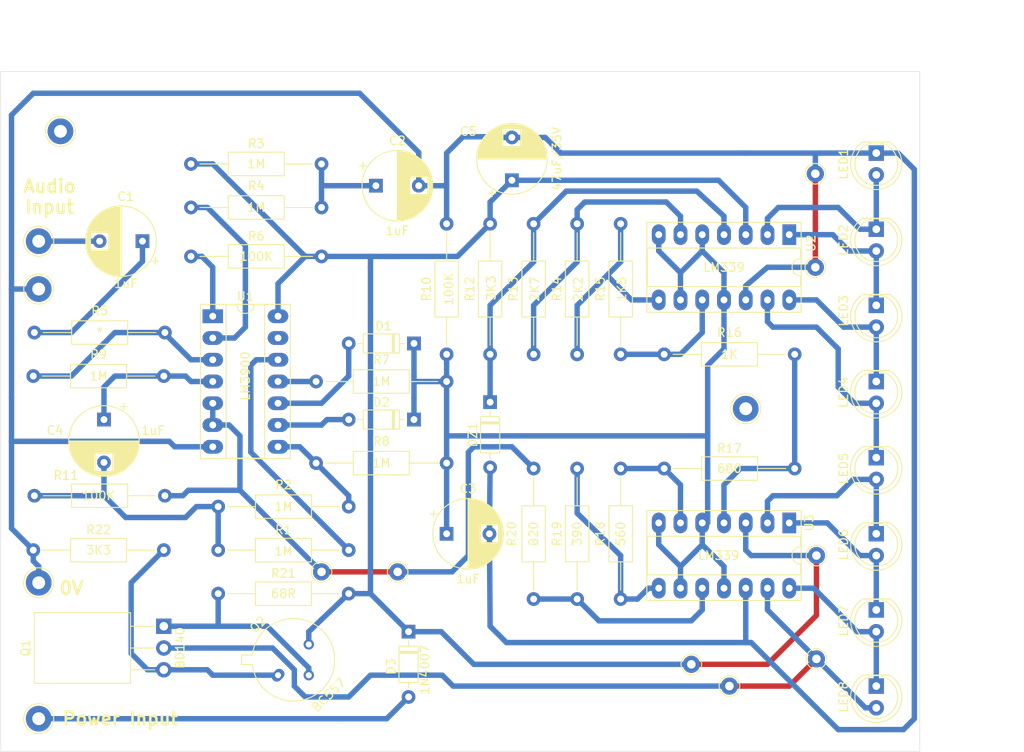
<source format=kicad_pcb>
(kicad_pcb (version 20171130) (host pcbnew "(5.1.10)-1")
  (layers (0 F.Cu signal) (31 B.Cu signal) (34 B.Paste user) (35 F.Paste user) (36 B.SilkS user) (37 F.SilkS user) (38 B.Mask user) (39 F.Mask user) (44 Edge.Cuts user))
  (net 0 "")
  (net 1 "Net-(C1-Pad2)")
  (net 2 "Net-(C1-Pad1)")
  (net 3 GND)
  (net 4 "Net-(C2-Pad1)")
  (net 5 "Net-(C3-Pad1)")
  (net 6 "Net-(C4-Pad2)")
  (net 7 "Net-(C4-Pad1)")
  (net 8 VEE)
  (net 9 "Net-(D1-Pad2)")
  (net 10 "Net-(D2-Pad2)")
  (net 11 "Net-(D3-Pad2)")
  (net 12 "Net-(DZ1-Pad1)")
  (net 13 "Net-(LED1-Pad2)")
  (net 14 "Net-(LED2-Pad2)")
  (net 15 "Net-(LED3-Pad2)")
  (net 16 "Net-(LED4-Pad2)")
  (net 17 "Net-(LED5-Pad2)")
  (net 18 "Net-(LED6-Pad2)")
  (net 19 "Net-(LED7-Pad2)")
  (net 20 "Net-(LED8-Pad2)")
  (net 21 "Net-(Q1-Pad3)")
  (net 22 "Net-(Q1-Pad1)")
  (net 23 "Net-(R1-Pad2)")
  (net 24 "Net-(R2-Pad1)")
  (net 25 "Net-(R4-Pad2)")
  (net 26 "Net-(R5-Pad1)")
  (net 27 "Net-(R6-Pad1)")
  (net 28 "Net-(R7-Pad2)")
  (net 29 "Net-(R11-Pad2)")
  (net 30 "Net-(R13-Pad1)")
  (net 31 "Net-(R14-Pad1)")
  (net 32 "Net-(R15-Pad1)")
  (net 33 "Net-(R16-Pad1)")
  (net 34 "Net-(R17-Pad1)")
  (net 35 "Net-(R18-Pad1)")
  (net 36 "Net-(R19-Pad1)")
  (net 37 "Net-(U1-Pad13)")
  (module TestPoint:TestPoint_THTPad_D2.0mm_Drill1.0mm (layer F.Cu) (at 160.02 120.015)
    (fp_text reference REF**)
    (fp_text value TestPoint_THTPad_D2.0mm_Drill1.0mm)
    (pad 1 thru_hole circle (at 0 0) (size 2 2) (drill 1) (layers *.Cu *.Mask) (net 8 VEE))
  )
  (module TestPoint:TestPoint_THTPad_D2.0mm_Drill1.0mm (layer F.Cu) (at 174.498 62.738)
    (fp_text reference REF**)
    (fp_text value TestPoint_THTPad_D2.0mm_Drill1.0mm)
    (pad 1 thru_hole circle (at 0 0) (size 2 2) (drill 1) (layers *.Cu *.Mask) (net 3 GND))
  )
  (module Package_DIP:DIP-14_W7.62mm_Socket_LongPads (layer F.Cu) (at 171.45 103.505 270)
    (fp_text reference U3 (at 0 -2.33 90) (layer F.SilkS))
    (fp_text value LM339 (at 3.81 8.255 180) (layer F.SilkS))
    (pad 14 thru_hole oval (at 7.62 0 270) (size 2.4 1.6) (drill 0.8) (layers *.Cu *.Mask) (net 19 "Net-(LED7-Pad2)"))
    (pad 7 thru_hole oval (at 0 15.24 270) (size 2.4 1.6) (drill 0.8) (layers *.Cu *.Mask) (net 5 "Net-(C3-Pad1)"))
    (pad 13 thru_hole oval (at 7.62 2.54 270) (size 2.4 1.6) (drill 0.8) (layers *.Cu *.Mask) (net 20 "Net-(LED8-Pad2)"))
    (pad 6 thru_hole oval (at 0 12.7 270) (size 2.4 1.6) (drill 0.8) (layers *.Cu *.Mask) (net 34 "Net-(R17-Pad1)"))
    (pad 12 thru_hole oval (at 7.62 5.08 270) (size 2.4 1.6) (drill 0.8) (layers *.Cu *.Mask) (net 3 GND))
    (pad 5 thru_hole oval (at 0 10.16 270) (size 2.4 1.6) (drill 0.8) (layers *.Cu *.Mask) (net 5 "Net-(C3-Pad1)"))
    (pad 11 thru_hole oval (at 7.62 7.62 270) (size 2.4 1.6) (drill 0.8) (layers *.Cu *.Mask) (net 5 "Net-(C3-Pad1)"))
    (pad 4 thru_hole oval (at 0 7.62 270) (size 2.4 1.6) (drill 0.8) (layers *.Cu *.Mask) (net 33 "Net-(R16-Pad1)"))
    (pad 10 thru_hole oval (at 7.62 10.16 270) (size 2.4 1.6) (drill 0.8) (layers *.Cu *.Mask) (net 36 "Net-(R19-Pad1)"))
    (pad 3 thru_hole oval (at 0 5.08 270) (size 2.4 1.6) (drill 0.8) (layers *.Cu *.Mask) (net 8 VEE))
    (pad 9 thru_hole oval (at 7.62 12.7 270) (size 2.4 1.6) (drill 0.8) (layers *.Cu *.Mask) (net 5 "Net-(C3-Pad1)"))
    (pad 2 thru_hole oval (at 0 2.54 270) (size 2.4 1.6) (drill 0.8) (layers *.Cu *.Mask) (net 17 "Net-(LED5-Pad2)"))
    (pad 8 thru_hole oval (at 7.62 15.24 270) (size 2.4 1.6) (drill 0.8) (layers *.Cu *.Mask) (net 35 "Net-(R18-Pad1)"))
    (pad 1 thru_hole rect (at 0 0 270) (size 2.4 1.6) (drill 0.8) (layers *.Cu *.Mask) (net 18 "Net-(LED6-Pad2)"))
  )
  (module TestPoint:TestPoint_THTPad_D2.0mm_Drill1.0mm (layer F.Cu) (at 125.73 109.22)
    (fp_text reference REF**)
    (fp_text value TestPoint_THTPad_D2.0mm_Drill1.0mm)
    (pad 1 thru_hole circle (at 0 0) (size 2 2) (drill 1) (layers *.Cu *.Mask) (net 29 "Net-(R11-Pad2)"))
  )
  (module TestPoint:TestPoint_THTPad_D2.0mm_Drill1.0mm (layer F.Cu) (at 116.84 109.22)
    (fp_text reference REF**)
    (fp_text value TestPoint_THTPad_D2.0mm_Drill1.0mm)
    (pad 1 thru_hole circle (at 0 0) (size 2 2) (drill 1) (layers *.Cu *.Mask) (net 29 "Net-(R11-Pad2)"))
  )
  (module TestPoint:TestPoint_THTPad_D2.0mm_Drill1.0mm (layer F.Cu) (at 164.465 122.555)
    (fp_text reference REF**)
    (fp_text value TestPoint_THTPad_D2.0mm_Drill1.0mm)
    (pad 1 thru_hole circle (at 0 0) (size 2 2) (drill 1) (layers *.Cu *.Mask) (net 20 "Net-(LED8-Pad2)"))
  )
  (module TestPoint:TestPoint_THTPad_D2.0mm_Drill1.0mm (layer F.Cu) (at 174.625 119.38)
    (fp_text reference REF**)
    (fp_text value TestPoint_THTPad_D2.0mm_Drill1.0mm)
    (pad 1 thru_hole circle (at 0 0) (size 2 2) (drill 1) (layers *.Cu *.Mask) (net 20 "Net-(LED8-Pad2)"))
  )
  (module TestPoint:TestPoint_THTPad_D2.0mm_Drill1.0mm (layer F.Cu) (at 174.498 73.66)
    (fp_text reference REF**)
    (fp_text value TestPoint_THTPad_D2.0mm_Drill1.0mm)
    (pad 1 thru_hole circle (at 0 0) (size 2 2) (drill 1) (layers *.Cu *.Mask) (net 3 GND))
  )
  (module TestPoint:TestPoint_THTPad_D2.0mm_Drill1.0mm (layer F.Cu) (at 174.625 107.315)
    (fp_text reference REF**)
    (fp_text value TestPoint_THTPad_D2.0mm_Drill1.0mm)
    (pad 1 thru_hole circle (at 0 0) (size 2 2) (drill 1) (layers *.Cu *.Mask) (net 8 VEE))
  )
  (module TestPoint:TestPoint_THTPad_D3.0mm_Drill1.5mm (layer F.Cu) (at 166.37 90.17)
    (fp_text reference REF**)
    (fp_text value TestPoint_THTPad_D3.0mm_Drill1.5mm)
    (pad 1 thru_hole circle (at 0 0) (size 3 3) (drill 1.5) (layers *.Cu *.Mask))
  )
  (module LED_THT:LED_D5.0mm_Clear (layer F.Cu) (at 181.61 104.775 270)
    (fp_text reference LED6 (at 1.27 3.81 90) (layer F.SilkS))
    (fp_text value LED)
    (pad 2 thru_hole circle (at 2.54 0 270) (size 1.8 1.8) (drill 0.9) (layers *.Cu *.Mask) (net 18 "Net-(LED6-Pad2)"))
    (pad 1 thru_hole rect (at 0 0 270) (size 1.8 1.8) (drill 0.9) (layers *.Cu *.Mask) (net 17 "Net-(LED5-Pad2)"))
  )
  (module LED_THT:LED_D5.0mm_Clear (layer F.Cu) (at 181.61 78.105 270)
    (fp_text reference LED3 (at 0.635 3.81 90) (layer F.SilkS))
    (fp_text value LED)
    (pad 2 thru_hole circle (at 2.54 0 270) (size 1.8 1.8) (drill 0.9) (layers *.Cu *.Mask) (net 15 "Net-(LED3-Pad2)"))
    (pad 1 thru_hole rect (at 0 0 270) (size 1.8 1.8) (drill 0.9) (layers *.Cu *.Mask) (net 14 "Net-(LED2-Pad2)"))
  )
  (module Diode_THT:D_DO-35_SOD27_P7.62mm_Horizontal (layer F.Cu) (at 136.525 89.408 270)
    (fp_text reference DZ1 (at 3.81 2.032 90) (layer F.SilkS))
    (fp_text value 5.1V)
    (pad 2 thru_hole oval (at 7.62 0 270) (size 1.6 1.6) (drill 0.8) (layers *.Cu *.Mask) (net 3 GND))
    (pad 1 thru_hole rect (at 0 0 270) (size 1.6 1.6) (drill 0.8) (layers *.Cu *.Mask) (net 12 "Net-(DZ1-Pad1)"))
  )
  (module LED_THT:LED_D5.0mm_Clear (layer F.Cu) (at 181.61 60.325 270)
    (fp_text reference LED1 (at 1.27 3.81 270) (layer F.SilkS))
    (fp_text value LED)
    (pad 2 thru_hole circle (at 2.54 0 270) (size 1.8 1.8) (drill 0.9) (layers *.Cu *.Mask) (net 13 "Net-(LED1-Pad2)"))
    (pad 1 thru_hole rect (at 0 0 270) (size 1.8 1.8) (drill 0.9) (layers *.Cu *.Mask) (net 3 GND))
  )
  (module LED_THT:LED_D5.0mm_Clear (layer F.Cu) (at 181.61 69.215 270)
    (fp_text reference LED2 (at 1.27 3.81 90) (layer F.SilkS))
    (fp_text value LED)
    (pad 2 thru_hole circle (at 2.54 0 270) (size 1.8 1.8) (drill 0.9) (layers *.Cu *.Mask) (net 14 "Net-(LED2-Pad2)"))
    (pad 1 thru_hole rect (at 0 0 270) (size 1.8 1.8) (drill 0.9) (layers *.Cu *.Mask) (net 13 "Net-(LED1-Pad2)"))
  )
  (module LED_THT:LED_D5.0mm_Clear (layer F.Cu) (at 181.61 86.995 270)
    (fp_text reference LED4 (at 1.27 3.81 90) (layer F.SilkS))
    (fp_text value LED)
    (pad 2 thru_hole circle (at 2.54 0 270) (size 1.8 1.8) (drill 0.9) (layers *.Cu *.Mask) (net 16 "Net-(LED4-Pad2)"))
    (pad 1 thru_hole rect (at 0 0 270) (size 1.8 1.8) (drill 0.9) (layers *.Cu *.Mask) (net 15 "Net-(LED3-Pad2)"))
  )
  (module LED_THT:LED_D5.0mm_Clear (layer F.Cu) (at 181.61 95.885 270)
    (fp_text reference LED5 (at 1.27 3.81 90) (layer F.SilkS))
    (fp_text value LED)
    (pad 2 thru_hole circle (at 2.54 0 270) (size 1.8 1.8) (drill 0.9) (layers *.Cu *.Mask) (net 17 "Net-(LED5-Pad2)"))
    (pad 1 thru_hole rect (at 0 0 270) (size 1.8 1.8) (drill 0.9) (layers *.Cu *.Mask) (net 16 "Net-(LED4-Pad2)"))
  )
  (module LED_THT:LED_D5.0mm_Clear (layer F.Cu) (at 181.61 113.665 270)
    (fp_text reference LED7 (at 1.27 3.81 90) (layer F.SilkS))
    (fp_text value LED)
    (pad 2 thru_hole circle (at 2.54 0 270) (size 1.8 1.8) (drill 0.9) (layers *.Cu *.Mask) (net 19 "Net-(LED7-Pad2)"))
    (pad 1 thru_hole rect (at 0 0 270) (size 1.8 1.8) (drill 0.9) (layers *.Cu *.Mask) (net 18 "Net-(LED6-Pad2)"))
  )
  (module LED_THT:LED_D5.0mm_Clear (layer F.Cu) (at 181.61 122.555 270)
    (fp_text reference LED8 (at 1.27 3.81 90) (layer F.SilkS))
    (fp_text value LED)
    (pad 2 thru_hole circle (at 2.54 0 270) (size 1.8 1.8) (drill 0.9) (layers *.Cu *.Mask) (net 20 "Net-(LED8-Pad2)"))
    (pad 1 thru_hole rect (at 0 0 270) (size 1.8 1.8) (drill 0.9) (layers *.Cu *.Mask) (net 19 "Net-(LED7-Pad2)"))
  )
  (module Resistor_THT:R_Axial_DIN0207_L6.3mm_D2.5mm_P15.24mm_Horizontal (layer F.Cu) (at 136.525 83.82 90)
    (fp_text reference R12 (at 7.62 -2.37 90) (layer F.SilkS))
    (fp_text value 3K3 (at 7.747 0.127 90) (layer F.SilkS))
    (pad 2 thru_hole oval (at 15.24 0 90) (size 1.6 1.6) (drill 0.8) (layers *.Cu *.Mask) (net 8 VEE))
    (pad 1 thru_hole circle (at 0 0 90) (size 1.6 1.6) (drill 0.8) (layers *.Cu *.Mask) (net 12 "Net-(DZ1-Pad1)"))
  )
  (module Resistor_THT:R_Axial_DIN0207_L6.3mm_D2.5mm_P15.24mm_Horizontal (layer F.Cu) (at 146.685 83.82 90)
    (fp_text reference R14 (at 7.62 -2.37 90) (layer F.SilkS))
    (fp_text value 2K2 (at 7.62 0.127 90) (layer F.SilkS))
    (pad 2 thru_hole oval (at 15.24 0 90) (size 1.6 1.6) (drill 0.8) (layers *.Cu *.Mask) (net 30 "Net-(R13-Pad1)"))
    (pad 1 thru_hole circle (at 0 0 90) (size 1.6 1.6) (drill 0.8) (layers *.Cu *.Mask) (net 31 "Net-(R14-Pad1)"))
  )
  (module Resistor_THT:R_Axial_DIN0207_L6.3mm_D2.5mm_P15.24mm_Horizontal (layer F.Cu) (at 156.845 97.155)
    (fp_text reference R17 (at 7.62 -2.37) (layer F.SilkS))
    (fp_text value 680 (at 7.62 0) (layer F.SilkS))
    (pad 2 thru_hole oval (at 15.24 0) (size 1.6 1.6) (drill 0.8) (layers *.Cu *.Mask) (net 33 "Net-(R16-Pad1)"))
    (pad 1 thru_hole circle (at 0 0) (size 1.6 1.6) (drill 0.8) (layers *.Cu *.Mask) (net 34 "Net-(R17-Pad1)"))
  )
  (module Resistor_THT:R_Axial_DIN0207_L6.3mm_D2.5mm_P15.24mm_Horizontal (layer F.Cu) (at 151.765 83.82 90)
    (fp_text reference R15 (at 7.62 -2.37 90) (layer F.SilkS))
    (fp_text value 1K5 (at 7.62 0.127 90) (layer F.SilkS))
    (pad 2 thru_hole oval (at 15.24 0 90) (size 1.6 1.6) (drill 0.8) (layers *.Cu *.Mask) (net 31 "Net-(R14-Pad1)"))
    (pad 1 thru_hole circle (at 0 0 90) (size 1.6 1.6) (drill 0.8) (layers *.Cu *.Mask) (net 32 "Net-(R15-Pad1)"))
  )
  (module Resistor_THT:R_Axial_DIN0207_L6.3mm_D2.5mm_P15.24mm_Horizontal (layer F.Cu) (at 146.685 112.395 90)
    (fp_text reference R19 (at 7.62 -2.37 90) (layer F.SilkS))
    (fp_text value 390 (at 7.62 0 90) (layer F.SilkS))
    (pad 2 thru_hole oval (at 15.24 0 90) (size 1.6 1.6) (drill 0.8) (layers *.Cu *.Mask) (net 35 "Net-(R18-Pad1)"))
    (pad 1 thru_hole circle (at 0 0 90) (size 1.6 1.6) (drill 0.8) (layers *.Cu *.Mask) (net 36 "Net-(R19-Pad1)"))
  )
  (module Resistor_THT:R_Axial_DIN0207_L6.3mm_D2.5mm_P15.24mm_Horizontal (layer F.Cu) (at 141.605 97.155 270)
    (fp_text reference R20 (at 7.62 2.54 90) (layer F.SilkS))
    (fp_text value 820 (at 7.62 0 90) (layer F.SilkS))
    (pad 2 thru_hole oval (at 15.24 0 270) (size 1.6 1.6) (drill 0.8) (layers *.Cu *.Mask) (net 36 "Net-(R19-Pad1)"))
    (pad 1 thru_hole circle (at 0 0 270) (size 1.6 1.6) (drill 0.8) (layers *.Cu *.Mask) (net 29 "Net-(R11-Pad2)"))
  )
  (module Resistor_THT:R_Axial_DIN0207_L6.3mm_D2.5mm_P15.24mm_Horizontal (layer F.Cu) (at 151.765 112.395 90)
    (fp_text reference R18 (at 7.62 -2.37 90) (layer F.SilkS))
    (fp_text value 560 (at 7.62 0 90) (layer F.SilkS))
    (pad 2 thru_hole oval (at 15.24 0 90) (size 1.6 1.6) (drill 0.8) (layers *.Cu *.Mask) (net 34 "Net-(R17-Pad1)"))
    (pad 1 thru_hole circle (at 0 0 90) (size 1.6 1.6) (drill 0.8) (layers *.Cu *.Mask) (net 35 "Net-(R18-Pad1)"))
  )
  (module Resistor_THT:R_Axial_DIN0207_L6.3mm_D2.5mm_P15.24mm_Horizontal (layer F.Cu) (at 172.085 83.82 180)
    (fp_text reference R16 (at 7.62 2.54) (layer F.SilkS))
    (fp_text value 1K (at 7.62 0) (layer F.SilkS))
    (pad 2 thru_hole oval (at 15.24 0 180) (size 1.6 1.6) (drill 0.8) (layers *.Cu *.Mask) (net 32 "Net-(R15-Pad1)"))
    (pad 1 thru_hole circle (at 0 0 180) (size 1.6 1.6) (drill 0.8) (layers *.Cu *.Mask) (net 33 "Net-(R16-Pad1)"))
  )
  (module Resistor_THT:R_Axial_DIN0207_L6.3mm_D2.5mm_P15.24mm_Horizontal (layer F.Cu) (at 141.605 83.82 90)
    (fp_text reference R13 (at 7.62 -2.37 90) (layer F.SilkS))
    (fp_text value 2K7 (at 7.62 0.127 90) (layer F.SilkS))
    (pad 2 thru_hole oval (at 15.24 0 90) (size 1.6 1.6) (drill 0.8) (layers *.Cu *.Mask) (net 12 "Net-(DZ1-Pad1)"))
    (pad 1 thru_hole circle (at 0 0 90) (size 1.6 1.6) (drill 0.8) (layers *.Cu *.Mask) (net 30 "Net-(R13-Pad1)"))
  )
  (module Package_DIP:DIP-14_W7.62mm_Socket_LongPads (layer F.Cu) (at 171.45 69.85 270)
    (fp_text reference U2 (at 1.016 -2.54 90) (layer F.SilkS))
    (fp_text value LM339 (at 3.81 7.62 180) (layer F.SilkS))
    (pad 14 thru_hole oval (at 7.62 0 270) (size 2.4 1.6) (drill 0.8) (layers *.Cu *.Mask) (net 15 "Net-(LED3-Pad2)"))
    (pad 7 thru_hole oval (at 0 15.24 270) (size 2.4 1.6) (drill 0.8) (layers *.Cu *.Mask) (net 5 "Net-(C3-Pad1)"))
    (pad 13 thru_hole oval (at 7.62 2.54 270) (size 2.4 1.6) (drill 0.8) (layers *.Cu *.Mask) (net 16 "Net-(LED4-Pad2)"))
    (pad 6 thru_hole oval (at 0 12.7 270) (size 2.4 1.6) (drill 0.8) (layers *.Cu *.Mask) (net 30 "Net-(R13-Pad1)"))
    (pad 12 thru_hole oval (at 7.62 5.08 270) (size 2.4 1.6) (drill 0.8) (layers *.Cu *.Mask) (net 3 GND))
    (pad 5 thru_hole oval (at 0 10.16 270) (size 2.4 1.6) (drill 0.8) (layers *.Cu *.Mask) (net 5 "Net-(C3-Pad1)"))
    (pad 11 thru_hole oval (at 7.62 7.62 270) (size 2.4 1.6) (drill 0.8) (layers *.Cu *.Mask) (net 5 "Net-(C3-Pad1)"))
    (pad 4 thru_hole oval (at 0 7.62 270) (size 2.4 1.6) (drill 0.8) (layers *.Cu *.Mask) (net 12 "Net-(DZ1-Pad1)"))
    (pad 10 thru_hole oval (at 7.62 10.16 270) (size 2.4 1.6) (drill 0.8) (layers *.Cu *.Mask) (net 32 "Net-(R15-Pad1)"))
    (pad 3 thru_hole oval (at 0 5.08 270) (size 2.4 1.6) (drill 0.8) (layers *.Cu *.Mask) (net 8 VEE))
    (pad 9 thru_hole oval (at 7.62 12.7 270) (size 2.4 1.6) (drill 0.8) (layers *.Cu *.Mask) (net 5 "Net-(C3-Pad1)"))
    (pad 2 thru_hole oval (at 0 2.54 270) (size 2.4 1.6) (drill 0.8) (layers *.Cu *.Mask) (net 13 "Net-(LED1-Pad2)"))
    (pad 8 thru_hole oval (at 7.62 15.24 270) (size 2.4 1.6) (drill 0.8) (layers *.Cu *.Mask) (net 31 "Net-(R14-Pad1)"))
    (pad 1 thru_hole rect (at 0 0 270) (size 2.4 1.6) (drill 0.8) (layers *.Cu *.Mask) (net 14 "Net-(LED2-Pad2)"))
  )
  (module Capacitor_THT:CP_Radial_D8.0mm_P5.00mm (layer F.Cu) (at 139.065 63.5 90)
    (fp_text reference C5 (at 5.715 -5.08 180) (layer F.SilkS))
    (fp_text value 47uF/35V (at 2.5 5.25 90) (layer F.SilkS))
    (pad 2 thru_hole circle (at 5 0 90) (size 1.6 1.6) (drill 0.8) (layers *.Cu *.Mask) (net 3 GND))
    (pad 1 thru_hole rect (at 0 0 90) (size 1.6 1.6) (drill 0.8) (layers *.Cu *.Mask) (net 8 VEE))
  )
  (module TestPoint:TestPoint_THTPad_D3.0mm_Drill1.5mm (layer F.Cu) (at 83.82 76.2)
    (fp_text reference REF**)
    (fp_text value TestPoint_THTPad_D3.0mm_Drill1.5mm)
    (pad 1 thru_hole circle (at 0 0) (size 2.999999 2.999999) (drill 1.5) (layers *.Cu *.Mask) (net 3 GND))
  )
  (module Package_TO_SOT_THT:TO-39-3 (layer F.Cu) (at 111.76 121.285 45)
    (fp_text reference Q2 (at 2.54 -5.82 45) (layer F.SilkS))
    (fp_text value BC557 (at 2.54 5.82 45) (layer F.SilkS))
    (pad 3 thru_hole oval (at 5.08 0 45) (size 1.2 1.2) (drill 0.7) (layers *.Cu *.Mask) (net 8 VEE))
    (pad 2 thru_hole oval (at 2.54 2.54 45) (size 1.2 1.2) (drill 0.7) (layers *.Cu *.Mask) (net 22 "Net-(Q1-Pad1)"))
    (pad 1 thru_hole oval (at 0 0 45) (size 1.6 1.2) (drill 0.7) (layers *.Cu *.Mask) (net 21 "Net-(Q1-Pad3)"))
  )
  (module Capacitor_THT:CP_Radial_D8.0mm_P5.00mm (layer F.Cu) (at 91.44 91.44 270)
    (fp_text reference C4 (at 1.27 5.715 180) (layer F.SilkS))
    (fp_text value 1uF (at 1.27 -5.715 180) (layer F.SilkS))
    (pad 2 thru_hole circle (at 5 0 270) (size 1.6 1.6) (drill 0.8) (layers *.Cu *.Mask) (net 6 "Net-(C4-Pad2)"))
    (pad 1 thru_hole rect (at 0 0 270) (size 1.6 1.6) (drill 0.8) (layers *.Cu *.Mask) (net 7 "Net-(C4-Pad1)"))
  )
  (module Capacitor_THT:CP_Radial_D8.0mm_P5.00mm (layer F.Cu) (at 131.445 104.775)
    (fp_text reference C3 (at 2.5 -5.25) (layer F.SilkS))
    (fp_text value 1uF (at 2.5 5.25) (layer F.SilkS))
    (pad 2 thru_hole circle (at 5 0) (size 1.6 1.6) (drill 0.8) (layers *.Cu *.Mask) (net 3 GND))
    (pad 1 thru_hole rect (at 0 0) (size 1.6 1.6) (drill 0.8) (layers *.Cu *.Mask) (net 5 "Net-(C3-Pad1)"))
  )
  (module Capacitor_THT:CP_Radial_D8.0mm_P5.00mm (layer F.Cu) (at 123.19 64.135)
    (fp_text reference C2 (at 2.5 -5.25) (layer F.SilkS))
    (fp_text value 1uF (at 2.5 5.25) (layer F.SilkS))
    (pad 2 thru_hole circle (at 5 0) (size 1.6 1.6) (drill 0.8) (layers *.Cu *.Mask) (net 3 GND))
    (pad 1 thru_hole rect (at 0 0) (size 1.6 1.6) (drill 0.8) (layers *.Cu *.Mask) (net 4 "Net-(C2-Pad1)"))
  )
  (module Capacitor_THT:CP_Radial_D8.0mm_P5.00mm (layer F.Cu) (at 95.932 70.612 180)
    (fp_text reference C1 (at 1.952 5.207) (layer F.SilkS))
    (fp_text value 1uF (at 1.952 -4.953) (layer F.SilkS))
    (pad 2 thru_hole circle (at 5 0 180) (size 1.6 1.6) (drill 0.8) (layers *.Cu *.Mask) (net 1 "Net-(C1-Pad2)"))
    (pad 1 thru_hole rect (at 0 0 180) (size 1.6 1.6) (drill 0.8) (layers *.Cu *.Mask) (net 2 "Net-(C1-Pad1)"))
  )
  (module Resistor_THT:R_Axial_DIN0207_L6.3mm_D2.5mm_P15.24mm_Horizontal (layer F.Cu) (at 101.6 61.595)
    (fp_text reference R3 (at 7.62 -2.37) (layer F.SilkS))
    (fp_text value 1M (at 7.62 0) (layer F.SilkS))
    (pad 2 thru_hole oval (at 15.24 0) (size 1.6 1.6) (drill 0.8) (layers *.Cu *.Mask) (net 4 "Net-(C2-Pad1)"))
    (pad 1 thru_hole circle (at 0 0) (size 1.6 1.6) (drill 0.8) (layers *.Cu *.Mask) (net 8 VEE))
  )
  (module TestPoint:TestPoint_THTPad_D3.0mm_Drill1.5mm (layer F.Cu) (at 83.82 110.49)
    (fp_text reference REF**)
    (fp_text value TestPoint_THTPad_D3.0mm_Drill1.5mm)
    (pad 1 thru_hole circle (at 0 0) (size 2.999999 2.999999) (drill 1.5) (layers *.Cu *.Mask) (net 3 GND))
  )
  (module Package_TO_SOT_THT:TO-126-3_Horizontal_TabUp (layer F.Cu) (at 98.425 115.57 270)
    (fp_text reference Q1 (at 2.54 16.12 90) (layer F.SilkS))
    (fp_text value BD140 (at 2.54 -1.9 90) (layer F.SilkS))
    (pad 3 thru_hole oval (at 5.08 0 270) (size 1.8 1.8) (drill 1) (layers *.Cu *.Mask) (net 21 "Net-(Q1-Pad3)"))
    (pad 2 thru_hole oval (at 2.54 0 270) (size 1.8 1.8) (drill 1) (layers *.Cu *.Mask) (net 20 "Net-(LED8-Pad2)"))
    (pad 1 thru_hole rect (at 0 0 270) (size 1.8 1.8) (drill 1) (layers *.Cu *.Mask) (net 22 "Net-(Q1-Pad1)"))
    (pad "" np_thru_hole oval (at 2.54 11.1 270) (size 3.2 3.2) (drill 3.2) (layers *.Cu *.Mask))
  )
  (module TestPoint:TestPoint_THTPad_D3.0mm_Drill1.5mm (layer F.Cu) (at 83.82 126.365)
    (fp_text reference REF**)
    (fp_text value TestPoint_THTPad_D3.0mm_Drill1.5mm)
    (pad 1 thru_hole circle (at 0 0) (size 2.999999 2.999999) (drill 1.5) (layers *.Cu *.Mask) (net 11 "Net-(D3-Pad2)"))
  )
  (module Package_DIP:DIP-14_W7.62mm_Socket_LongPads (layer F.Cu) (at 104.14 79.375)
    (fp_text reference U1 (at 3.81 -2.33) (layer F.SilkS))
    (fp_text value LM3900 (at 3.81 6.985 90) (layer F.SilkS))
    (pad 14 thru_hole oval (at 7.62 0) (size 2.4 1.6) (drill 0.8) (layers *.Cu *.Mask) (net 8 VEE))
    (pad 7 thru_hole oval (at 0 15.24) (size 2.4 1.6) (drill 0.8) (layers *.Cu *.Mask) (net 3 GND))
    (pad 13 thru_hole oval (at 7.62 2.54) (size 2.4 1.6) (drill 0.8) (layers *.Cu *.Mask) (net 37 "Net-(U1-Pad13)"))
    (pad 6 thru_hole oval (at 0 12.7) (size 2.4 1.6) (drill 0.8) (layers *.Cu *.Mask) (net 29 "Net-(R11-Pad2)"))
    (pad 12 thru_hole oval (at 7.62 5.08) (size 2.4 1.6) (drill 0.8) (layers *.Cu *.Mask) (net 23 "Net-(R1-Pad2)"))
    (pad 5 thru_hole oval (at 0 10.16) (size 2.4 1.6) (drill 0.8) (layers *.Cu *.Mask) (net 29 "Net-(R11-Pad2)"))
    (pad 11 thru_hole oval (at 7.62 7.62) (size 2.4 1.6) (drill 0.8) (layers *.Cu *.Mask) (net 28 "Net-(R7-Pad2)"))
    (pad 4 thru_hole oval (at 0 7.62) (size 2.4 1.6) (drill 0.8) (layers *.Cu *.Mask) (net 7 "Net-(C4-Pad1)"))
    (pad 10 thru_hole oval (at 7.62 10.16) (size 2.4 1.6) (drill 0.8) (layers *.Cu *.Mask) (net 9 "Net-(D1-Pad2)"))
    (pad 3 thru_hole oval (at 0 5.08) (size 2.4 1.6) (drill 0.8) (layers *.Cu *.Mask) (net 26 "Net-(R5-Pad1)"))
    (pad 9 thru_hole oval (at 7.62 12.7) (size 2.4 1.6) (drill 0.8) (layers *.Cu *.Mask) (net 10 "Net-(D2-Pad2)"))
    (pad 2 thru_hole oval (at 0 2.54) (size 2.4 1.6) (drill 0.8) (layers *.Cu *.Mask) (net 25 "Net-(R4-Pad2)"))
    (pad 8 thru_hole oval (at 7.62 15.24) (size 2.4 1.6) (drill 0.8) (layers *.Cu *.Mask) (net 24 "Net-(R2-Pad1)"))
    (pad 1 thru_hole rect (at 0 0) (size 2.4 1.6) (drill 0.8) (layers *.Cu *.Mask) (net 27 "Net-(R6-Pad1)"))
  )
  (module Resistor_THT:R_Axial_DIN0207_L6.3mm_D2.5mm_P15.24mm_Horizontal (layer F.Cu) (at 98.552 81.28 180)
    (fp_text reference R5 (at 7.62 2.54) (layer F.SilkS))
    (fp_text value * (at 7.62 0) (layer F.SilkS))
    (pad 2 thru_hole oval (at 15.24 0 180) (size 1.6 1.6) (drill 0.8) (layers *.Cu *.Mask) (net 2 "Net-(C1-Pad1)"))
    (pad 1 thru_hole circle (at 0 0 180) (size 1.6 1.6) (drill 0.8) (layers *.Cu *.Mask) (net 26 "Net-(R5-Pad1)"))
  )
  (module Resistor_THT:R_Axial_DIN0207_L6.3mm_D2.5mm_P15.24mm_Horizontal (layer F.Cu) (at 131.445 96.52 180)
    (fp_text reference R8 (at 7.62 2.54) (layer F.SilkS))
    (fp_text value 1M (at 7.62 0) (layer F.SilkS))
    (pad 2 thru_hole oval (at 15.24 0 180) (size 1.6 1.6) (drill 0.8) (layers *.Cu *.Mask) (net 24 "Net-(R2-Pad1)"))
    (pad 1 thru_hole circle (at 0 0 180) (size 1.6 1.6) (drill 0.8) (layers *.Cu *.Mask) (net 5 "Net-(C3-Pad1)"))
  )
  (module Resistor_THT:R_Axial_DIN0207_L6.3mm_D2.5mm_P15.24mm_Horizontal (layer F.Cu) (at 83.185 106.68)
    (fp_text reference R22 (at 7.62 -2.37) (layer F.SilkS))
    (fp_text value 3K3 (at 7.62 0) (layer F.SilkS))
    (pad 2 thru_hole oval (at 15.24 0) (size 1.6 1.6) (drill 0.8) (layers *.Cu *.Mask) (net 21 "Net-(Q1-Pad3)"))
    (pad 1 thru_hole circle (at 0 0) (size 1.6 1.6) (drill 0.8) (layers *.Cu *.Mask) (net 3 GND))
  )
  (module Resistor_THT:R_Axial_DIN0207_L6.3mm_D2.5mm_P15.24mm_Horizontal (layer F.Cu) (at 104.775 111.76)
    (fp_text reference R21 (at 7.62 -2.37) (layer F.SilkS))
    (fp_text value 68R (at 7.62 0) (layer F.SilkS))
    (pad 2 thru_hole oval (at 15.24 0) (size 1.6 1.6) (drill 0.8) (layers *.Cu *.Mask) (net 8 VEE))
    (pad 1 thru_hole circle (at 0 0) (size 1.6 1.6) (drill 0.8) (layers *.Cu *.Mask) (net 22 "Net-(Q1-Pad1)"))
  )
  (module Resistor_THT:R_Axial_DIN0207_L6.3mm_D2.5mm_P15.24mm_Horizontal (layer F.Cu) (at 83.312 100.33)
    (fp_text reference R11 (at 3.683 -2.37) (layer F.SilkS))
    (fp_text value 100K (at 7.493 0) (layer F.SilkS))
    (pad 2 thru_hole oval (at 15.24 0) (size 1.6 1.6) (drill 0.8) (layers *.Cu *.Mask) (net 29 "Net-(R11-Pad2)"))
    (pad 1 thru_hole circle (at 0 0) (size 1.6 1.6) (drill 0.8) (layers *.Cu *.Mask) (net 6 "Net-(C4-Pad2)"))
  )
  (module Resistor_THT:R_Axial_DIN0207_L6.3mm_D2.5mm_P15.24mm_Horizontal (layer F.Cu) (at 131.445 83.82 90)
    (fp_text reference R10 (at 7.62 -2.37 90) (layer F.SilkS))
    (fp_text value 100K (at 7.62 0.254 90) (layer F.SilkS))
    (pad 2 thru_hole oval (at 15.24 0 90) (size 1.6 1.6) (drill 0.8) (layers *.Cu *.Mask) (net 3 GND))
    (pad 1 thru_hole circle (at 0 0 90) (size 1.6 1.6) (drill 0.8) (layers *.Cu *.Mask) (net 5 "Net-(C3-Pad1)"))
  )
  (module Resistor_THT:R_Axial_DIN0207_L6.3mm_D2.5mm_P15.24mm_Horizontal (layer F.Cu) (at 98.425 86.36 180)
    (fp_text reference R9 (at 7.62 2.54) (layer F.SilkS))
    (fp_text value 1M (at 7.62 0) (layer F.SilkS))
    (pad 2 thru_hole oval (at 15.24 0 180) (size 1.6 1.6) (drill 0.8) (layers *.Cu *.Mask) (net 26 "Net-(R5-Pad1)"))
    (pad 1 thru_hole circle (at 0 0 180) (size 1.6 1.6) (drill 0.8) (layers *.Cu *.Mask) (net 7 "Net-(C4-Pad1)"))
  )
  (module Resistor_THT:R_Axial_DIN0207_L6.3mm_D2.5mm_P15.24mm_Horizontal (layer F.Cu) (at 131.445 86.995 180)
    (fp_text reference R7 (at 7.62 2.54) (layer F.SilkS))
    (fp_text value 1M (at 7.62 0) (layer F.SilkS))
    (pad 2 thru_hole oval (at 15.24 0 180) (size 1.6 1.6) (drill 0.8) (layers *.Cu *.Mask) (net 28 "Net-(R7-Pad2)"))
    (pad 1 thru_hole circle (at 0 0 180) (size 1.6 1.6) (drill 0.8) (layers *.Cu *.Mask) (net 5 "Net-(C3-Pad1)"))
  )
  (module Resistor_THT:R_Axial_DIN0207_L6.3mm_D2.5mm_P15.24mm_Horizontal (layer F.Cu) (at 101.6 72.39)
    (fp_text reference R6 (at 7.62 -2.37) (layer F.SilkS))
    (fp_text value 100K (at 7.62 0) (layer F.SilkS))
    (pad 2 thru_hole oval (at 15.24 0) (size 1.6 1.6) (drill 0.8) (layers *.Cu *.Mask) (net 8 VEE))
    (pad 1 thru_hole circle (at 0 0) (size 1.6 1.6) (drill 0.8) (layers *.Cu *.Mask) (net 27 "Net-(R6-Pad1)"))
  )
  (module Resistor_THT:R_Axial_DIN0207_L6.3mm_D2.5mm_P15.24mm_Horizontal (layer F.Cu) (at 116.84 66.675 180)
    (fp_text reference R4 (at 7.62 2.54) (layer F.SilkS))
    (fp_text value 1M (at 7.62 0) (layer F.SilkS))
    (pad 2 thru_hole oval (at 15.24 0 180) (size 1.6 1.6) (drill 0.8) (layers *.Cu *.Mask) (net 25 "Net-(R4-Pad2)"))
    (pad 1 thru_hole circle (at 0 0 180) (size 1.6 1.6) (drill 0.8) (layers *.Cu *.Mask) (net 4 "Net-(C2-Pad1)"))
  )
  (module Resistor_THT:R_Axial_DIN0207_L6.3mm_D2.5mm_P15.24mm_Horizontal (layer F.Cu) (at 120.015 101.6 180)
    (fp_text reference R2 (at 7.62 2.54) (layer F.SilkS))
    (fp_text value 1M (at 7.62 0) (layer F.SilkS))
    (pad 2 thru_hole oval (at 15.24 0 180) (size 1.6 1.6) (drill 0.8) (layers *.Cu *.Mask) (net 6 "Net-(C4-Pad2)"))
    (pad 1 thru_hole circle (at 0 0 180) (size 1.6 1.6) (drill 0.8) (layers *.Cu *.Mask) (net 24 "Net-(R2-Pad1)"))
  )
  (module Resistor_THT:R_Axial_DIN0207_L6.3mm_D2.5mm_P15.24mm_Horizontal (layer F.Cu) (at 104.775 106.68)
    (fp_text reference R1 (at 7.62 -2.37) (layer F.SilkS))
    (fp_text value 1M (at 7.62 0.127) (layer F.SilkS))
    (pad 2 thru_hole oval (at 15.24 0) (size 1.6 1.6) (drill 0.8) (layers *.Cu *.Mask) (net 23 "Net-(R1-Pad2)"))
    (pad 1 thru_hole circle (at 0 0) (size 1.6 1.6) (drill 0.8) (layers *.Cu *.Mask) (net 6 "Net-(C4-Pad2)"))
  )
  (module Diode_THT:D_DO-35_SOD27_P7.62mm_Horizontal (layer F.Cu) (at 127 116.205 270)
    (fp_text reference D3 (at 4.064 2.032 90) (layer F.SilkS))
    (fp_text value 1N4007 (at 4.445 -1.905 90) (layer F.SilkS))
    (pad 2 thru_hole oval (at 7.62 0 270) (size 1.6 1.6) (drill 0.8) (layers *.Cu *.Mask) (net 11 "Net-(D3-Pad2)"))
    (pad 1 thru_hole rect (at 0 0 270) (size 1.6 1.6) (drill 0.8) (layers *.Cu *.Mask) (net 8 VEE))
  )
  (module Diode_THT:D_DO-35_SOD27_P7.62mm_Horizontal (layer F.Cu) (at 127.635 91.44 180)
    (fp_text reference D2 (at 3.81 2.032) (layer F.SilkS))
    (fp_text value 1N4148)
    (pad 2 thru_hole oval (at 7.62 0 180) (size 1.6 1.6) (drill 0.8) (layers *.Cu *.Mask) (net 10 "Net-(D2-Pad2)"))
    (pad 1 thru_hole rect (at 0 0 180) (size 1.6 1.6) (drill 0.8) (layers *.Cu *.Mask) (net 5 "Net-(C3-Pad1)"))
  )
  (module Diode_THT:D_DO-35_SOD27_P7.62mm_Horizontal (layer F.Cu) (at 127.635 82.55 180)
    (fp_text reference D1 (at 3.556 2.032) (layer F.SilkS))
    (fp_text value 1N4148)
    (pad 2 thru_hole oval (at 7.62 0 180) (size 1.6 1.6) (drill 0.8) (layers *.Cu *.Mask) (net 9 "Net-(D1-Pad2)"))
    (pad 1 thru_hole rect (at 0 0 180) (size 1.6 1.6) (drill 0.8) (layers *.Cu *.Mask) (net 5 "Net-(C3-Pad1)"))
  )
  (module TestPoint:TestPoint_THTPad_D3.0mm_Drill1.5mm (layer F.Cu) (at 86.36 57.785)
    (fp_text reference REF**)
    (fp_text value TestPoint_THTPad_D3.0mm_Drill1.5mm)
    (pad 1 thru_hole circle (at 0 0) (size 3 3) (drill 1.5) (layers *.Cu *.Mask))
  )
  (module TestPoint:TestPoint_THTPad_D3.0mm_Drill1.5mm (layer F.Cu) (at 83.82 70.612)
    (fp_text reference REF**)
    (fp_text value TestPoint_THTPad_D3.0mm_Drill1.5mm)
    (pad 1 thru_hole circle (at 0 0) (size 2.999999 2.999999) (drill 1.5) (layers *.Cu *.Mask) (net 1 "Net-(C1-Pad2)"))
  )
  (gr_text 0V (at 87.63 111.125) (layer F.SilkS) (effects (font (size 1.5 1.5) (thickness 0.3))))
  (gr_text "Power Input" (at 93.345 126.365) (layer F.SilkS) (effects (font (size 1.5 1.5) (thickness 0.3))))
  (gr_text "Audio\nInput" (at 85.09 65.405) (layer F.SilkS) (effects (font (size 1.5 1.5) (thickness 0.3))))
  (gr_line (start 79.375 130.175) (end 79.375 50.8) (layer Edge.Cuts) (width 0.05))
  (gr_line (start 186.69 130.175) (end 79.375 130.175) (layer Edge.Cuts) (width 0.05))
  (gr_line (start 186.69 50.8) (end 186.69 130.175) (layer Edge.Cuts) (width 0.05))
  (gr_line (start 79.375 50.8) (end 186.69 50.8) (layer Edge.Cuts) (width 0.05))
  (segment (start 83.82 70.612) (end 90.932 70.612) (width 0.635) (layer B.Cu) (net 1))
  (segment (start 87.63 81.28) (end 83.312 81.28) (width 0.635) (layer B.Cu) (net 2))
  (segment (start 92.71 76.2) (end 87.63 81.28) (width 0.635) (layer B.Cu) (net 2))
  (segment (start 95.932 72.978) (end 95.932 70.612) (width 0.635) (layer B.Cu) (net 2))
  (segment (start 92.71 76.2) (end 95.932 72.978) (width 0.635) (layer B.Cu) (net 2))
  (segment (start 83.82 110.49) (end 83.82 108.585) (width 0.635) (layer B.Cu) (net 3))
  (segment (start 83.185 107.95) (end 83.185 106.68) (width 0.635) (layer B.Cu) (net 3))
  (segment (start 83.82 108.585) (end 83.185 107.95) (width 0.635) (layer B.Cu) (net 3))
  (segment (start 80.645 104.14) (end 83.185 106.68) (width 0.635) (layer B.Cu) (net 3))
  (segment (start 104.775 101.6) (end 104.775 106.68) (width 0.635) (layer B.Cu) (net 6))
  (segment (start 83.82 76.2) (end 80.645 76.2) (width 0.635) (layer B.Cu) (net 3))
  (segment (start 80.645 76.2) (end 80.645 88.9) (width 0.635) (layer B.Cu) (net 3))
  (segment (start 144.78 60.325) (end 142.955 58.5) (width 0.635) (layer B.Cu) (net 3))
  (segment (start 142.955 58.5) (end 137.16 58.5) (width 0.635) (layer B.Cu) (net 3))
  (segment (start 133.985 58.42) (end 137.08 58.42) (width 0.635) (layer B.Cu) (net 3))
  (segment (start 137.08 58.42) (end 137.16 58.5) (width 0.25) (layer B.Cu) (net 3))
  (segment (start 144.78 60.325) (end 166.37 60.325) (width 0.635) (layer B.Cu) (net 3))
  (segment (start 104.14 94.615) (end 102.235 94.615) (width 0.635) (layer B.Cu) (net 3))
  (segment (start 131.445 64.135) (end 131.445 68.58) (width 0.635) (layer B.Cu) (net 3))
  (segment (start 131.445 60.325) (end 131.445 64.135) (width 0.635) (layer B.Cu) (net 3))
  (segment (start 133.35 58.42) (end 131.445 60.325) (width 0.635) (layer B.Cu) (net 3))
  (segment (start 134.62 58.42) (end 133.35 58.42) (width 0.635) (layer B.Cu) (net 3))
  (segment (start 128.19 64.135) (end 131.445 64.135) (width 0.635) (layer B.Cu) (net 3))
  (segment (start 136.525 97.028) (end 136.445 104.775) (width 0.635) (layer B.Cu) (net 3))
  (segment (start 102.235 94.615) (end 99.695 94.615) (width 0.635) (layer B.Cu) (net 3))
  (segment (start 99.695 94.615) (end 99.06 93.98) (width 0.635) (layer B.Cu) (net 3))
  (segment (start 99.06 93.98) (end 80.645 93.98) (width 0.635) (layer B.Cu) (net 3))
  (segment (start 80.645 93.98) (end 80.645 104.14) (width 0.635) (layer B.Cu) (net 3))
  (segment (start 80.645 88.9) (end 80.645 93.98) (width 0.635) (layer B.Cu) (net 3))
  (segment (start 175.006 60.325) (end 181.61 60.325) (width 0.635) (layer B.Cu) (net 3))
  (segment (start 166.37 60.325) (end 175.006 60.325) (width 0.635) (layer B.Cu) (net 3))
  (segment (start 174.498 62.738) (end 174.498 60.579) (width 0.635) (layer B.Cu) (net 3))
  (segment (start 168.91 73.66) (end 174.498 73.66) (width 0.635) (layer B.Cu) (net 3))
  (segment (start 166.37 75.819) (end 168.91 73.66) (width 0.635) (layer B.Cu) (net 3))
  (segment (start 166.37 77.47) (end 166.37 75.819) (width 0.635) (layer B.Cu) (net 3))
  (segment (start 174.498 62.738) (end 174.498 73.66) (width 0.635) (layer F.Cu) (net 3))
  (segment (start 166.37 114.3) (end 166.37 111.125) (width 0.635) (layer B.Cu) (net 3))
  (segment (start 166.37 117.475) (end 166.37 114.3) (width 0.635) (layer B.Cu) (net 3))
  (segment (start 83.185 53.34) (end 80.645 55.88) (width 0.635) (layer B.Cu) (net 3))
  (segment (start 121.285 53.34) (end 83.185 53.34) (width 0.635) (layer B.Cu) (net 3))
  (segment (start 128.19 60.245) (end 121.285 53.34) (width 0.635) (layer B.Cu) (net 3))
  (segment (start 80.645 55.88) (end 80.645 76.2) (width 0.635) (layer B.Cu) (net 3))
  (segment (start 128.19 64.135) (end 128.19 60.245) (width 0.635) (layer B.Cu) (net 3))
  (segment (start 184.15 60.325) (end 181.61 60.325) (width 0.635) (layer B.Cu) (net 3))
  (segment (start 186.055 62.23) (end 184.15 60.325) (width 0.635) (layer B.Cu) (net 3))
  (segment (start 184.785 127.635) (end 186.055 126.365) (width 0.635) (layer B.Cu) (net 3))
  (segment (start 177.165 127.635) (end 184.785 127.635) (width 0.635) (layer B.Cu) (net 3))
  (segment (start 167.005 117.475) (end 177.165 127.635) (width 0.635) (layer B.Cu) (net 3))
  (segment (start 186.055 126.365) (end 186.055 62.23) (width 0.635) (layer B.Cu) (net 3))
  (segment (start 138.43 117.475) (end 167.005 117.475) (width 0.635) (layer B.Cu) (net 3))
  (segment (start 136.525 115.57) (end 138.43 117.475) (width 0.635) (layer B.Cu) (net 3))
  (segment (start 136.445 104.775) (end 136.525 115.57) (width 0.635) (layer B.Cu) (net 3))
  (segment (start 123.19 64.135) (end 116.84 64.135) (width 0.635) (layer B.Cu) (net 4))
  (segment (start 116.84 64.135) (end 116.84 66.675) (width 0.635) (layer B.Cu) (net 4))
  (segment (start 116.84 61.595) (end 116.84 64.135) (width 0.635) (layer B.Cu) (net 4))
  (segment (start 127.635 88.9) (end 127.635 91.44) (width 0.635) (layer B.Cu) (net 5))
  (segment (start 161.29 71.755) (end 161.29 69.85) (width 0.635) (layer B.Cu) (net 5))
  (segment (start 158.75 74.295) (end 161.29 71.755) (width 0.635) (layer B.Cu) (net 5))
  (segment (start 156.21 71.755) (end 158.75 74.295) (width 0.635) (layer B.Cu) (net 5))
  (segment (start 156.21 69.85) (end 156.21 71.755) (width 0.635) (layer B.Cu) (net 5))
  (segment (start 158.75 74.295) (end 158.75 77.47) (width 0.635) (layer B.Cu) (net 5))
  (segment (start 161.29 106.045) (end 163.83 108.585) (width 0.635) (layer B.Cu) (net 5))
  (segment (start 163.83 108.585) (end 163.83 111.125) (width 0.635) (layer B.Cu) (net 5))
  (segment (start 161.29 106.045) (end 161.29 103.505) (width 0.635) (layer B.Cu) (net 5))
  (segment (start 158.75 108.585) (end 161.29 106.045) (width 0.635) (layer B.Cu) (net 5))
  (segment (start 156.21 106.045) (end 158.75 108.585) (width 0.635) (layer B.Cu) (net 5))
  (segment (start 158.75 108.585) (end 158.75 111.125) (width 0.635) (layer B.Cu) (net 5))
  (segment (start 156.21 103.505) (end 156.21 106.045) (width 0.635) (layer B.Cu) (net 5))
  (segment (start 161.29 71.755) (end 163.83 74.295) (width 0.635) (layer B.Cu) (net 5))
  (segment (start 163.83 74.295) (end 163.83 77.47) (width 0.635) (layer B.Cu) (net 5))
  (segment (start 161.925 103.505) (end 161.925 93.345) (width 0.635) (layer B.Cu) (net 5))
  (segment (start 127.635 86.36) (end 127.635 82.55) (width 0.635) (layer B.Cu) (net 5))
  (segment (start 131.445 86.995) (end 127.635 86.995) (width 0.635) (layer B.Cu) (net 5))
  (segment (start 127.635 86.995) (end 127.635 88.9) (width 0.635) (layer B.Cu) (net 5))
  (segment (start 127.635 86.36) (end 127.635 86.995) (width 0.635) (layer B.Cu) (net 5))
  (segment (start 161.925 93.345) (end 131.445 93.345) (width 0.635) (layer B.Cu) (net 5))
  (segment (start 131.445 86.995) (end 131.445 96.52) (width 0.635) (layer B.Cu) (net 5))
  (segment (start 131.445 83.82) (end 131.445 86.995) (width 0.635) (layer B.Cu) (net 5))
  (segment (start 163.83 83.185) (end 163.83 77.47) (width 0.635) (layer B.Cu) (net 5))
  (segment (start 161.925 85.09) (end 163.83 83.185) (width 0.635) (layer B.Cu) (net 5))
  (segment (start 161.925 93.345) (end 161.925 85.09) (width 0.635) (layer B.Cu) (net 5))
  (segment (start 131.445 96.52) (end 131.445 104.775) (width 0.635) (layer B.Cu) (net 5))
  (segment (start 88.9 100.33) (end 83.312 100.33) (width 0.635) (layer B.Cu) (net 6))
  (segment (start 88.98 100.25) (end 88.9 100.33) (width 0.25) (layer B.Cu) (net 6))
  (segment (start 91.44 100.33) (end 88.9 100.33) (width 0.635) (layer B.Cu) (net 6))
  (segment (start 93.98 102.87) (end 91.44 100.33) (width 0.635) (layer B.Cu) (net 6))
  (segment (start 100.965 102.87) (end 93.98 102.87) (width 0.635) (layer B.Cu) (net 6))
  (segment (start 102.235 101.6) (end 100.965 102.87) (width 0.635) (layer B.Cu) (net 6))
  (segment (start 104.775 101.6) (end 102.235 101.6) (width 0.635) (layer B.Cu) (net 6))
  (segment (start 91.44 96.44) (end 91.44 100.33) (width 0.635) (layer B.Cu) (net 6))
  (segment (start 100.965 86.36) (end 98.425 86.36) (width 0.635) (layer B.Cu) (net 7))
  (segment (start 101.6 86.995) (end 100.965 86.36) (width 0.635) (layer B.Cu) (net 7))
  (segment (start 104.14 86.995) (end 101.6 86.995) (width 0.635) (layer B.Cu) (net 7))
  (segment (start 91.44 87.63) (end 91.44 91.44) (width 0.635) (layer B.Cu) (net 7))
  (segment (start 92.71 86.36) (end 91.44 87.63) (width 0.635) (layer B.Cu) (net 7))
  (segment (start 98.425 86.36) (end 92.71 86.36) (width 0.635) (layer B.Cu) (net 7))
  (segment (start 116.84 72.39) (end 114.935 72.39) (width 0.635) (layer B.Cu) (net 8))
  (segment (start 111.76 75.565) (end 111.76 79.375) (width 0.635) (layer B.Cu) (net 8))
  (segment (start 114.935 72.39) (end 111.76 75.565) (width 0.635) (layer B.Cu) (net 8))
  (segment (start 122.555 111.76) (end 120.015 111.76) (width 0.635) (layer B.Cu) (net 8))
  (segment (start 127 116.205) (end 122.555 111.76) (width 0.635) (layer B.Cu) (net 8))
  (segment (start 114.935 72.39) (end 104.14 61.595) (width 0.635) (layer B.Cu) (net 8))
  (segment (start 104.14 61.595) (end 101.6 61.595) (width 0.635) (layer B.Cu) (net 8))
  (segment (start 136.525 66.04) (end 139.065 63.5) (width 0.635) (layer B.Cu) (net 8))
  (segment (start 136.525 68.58) (end 136.525 66.04) (width 0.635) (layer B.Cu) (net 8))
  (segment (start 116.84 72.39) (end 124.46 72.39) (width 0.635) (layer B.Cu) (net 8))
  (segment (start 132.715 72.39) (end 136.525 68.58) (width 0.635) (layer B.Cu) (net 8))
  (segment (start 124.46 72.39) (end 132.715 72.39) (width 0.635) (layer B.Cu) (net 8))
  (segment (start 166.37 66.675) (end 166.37 69.85) (width 0.635) (layer B.Cu) (net 8))
  (segment (start 163.195 63.5) (end 166.37 66.675) (width 0.635) (layer B.Cu) (net 8))
  (segment (start 139.065 63.5) (end 163.195 63.5) (width 0.635) (layer B.Cu) (net 8))
  (segment (start 122.555 73.66) (end 122.555 111.76) (width 0.635) (layer B.Cu) (net 8))
  (segment (start 122.555 72.39) (end 122.555 73.66) (width 0.635) (layer B.Cu) (net 8))
  (segment (start 115.352102 116.205) (end 120.015 111.76) (width 0.635) (layer B.Cu) (net 8))
  (segment (start 115.352102 117.692898) (end 115.352102 116.205) (width 0.635) (layer B.Cu) (net 8))
  (segment (start 134.62 120.015) (end 160.02 120.015) (width 0.635) (layer B.Cu) (net 8))
  (segment (start 130.81 116.205) (end 134.62 120.015) (width 0.635) (layer B.Cu) (net 8))
  (segment (start 127 116.205) (end 130.81 116.205) (width 0.635) (layer B.Cu) (net 8))
  (segment (start 166.37 106.68) (end 166.37 103.505) (width 0.635) (layer B.Cu) (net 8))
  (segment (start 167.005 107.315) (end 166.37 106.68) (width 0.635) (layer B.Cu) (net 8))
  (segment (start 174.625 107.315) (end 167.005 107.315) (width 0.635) (layer B.Cu) (net 8))
  (segment (start 174.625 114.3) (end 174.625 107.315) (width 0.635) (layer F.Cu) (net 8))
  (segment (start 168.91 120.015) (end 174.625 114.3) (width 0.635) (layer F.Cu) (net 8))
  (segment (start 160.02 120.015) (end 168.91 120.015) (width 0.635) (layer F.Cu) (net 8))
  (segment (start 116.84 89.535) (end 111.76 89.535) (width 0.635) (layer B.Cu) (net 9))
  (segment (start 116.84 89.535) (end 120.015 86.36) (width 0.635) (layer B.Cu) (net 9))
  (segment (start 120.015 86.36) (end 120.015 82.55) (width 0.635) (layer B.Cu) (net 9))
  (segment (start 116.84 92.075) (end 111.76 92.075) (width 0.635) (layer B.Cu) (net 10))
  (segment (start 117.475 91.44) (end 116.84 92.075) (width 0.635) (layer B.Cu) (net 10))
  (segment (start 120.015 91.44) (end 117.475 91.44) (width 0.635) (layer B.Cu) (net 10))
  (segment (start 124.46 126.365) (end 119.38 126.365) (width 0.635) (layer B.Cu) (net 11))
  (segment (start 119.38 126.365) (end 83.82 126.365) (width 0.635) (layer B.Cu) (net 11))
  (segment (start 127 123.825) (end 124.46 126.365) (width 0.635) (layer B.Cu) (net 11))
  (segment (start 141.605 73.025) (end 141.605 68.58) (width 0.635) (layer B.Cu) (net 12))
  (segment (start 136.525 78.105) (end 141.605 73.025) (width 0.635) (layer B.Cu) (net 12))
  (segment (start 136.525 83.82) (end 136.525 78.105) (width 0.635) (layer B.Cu) (net 12))
  (segment (start 136.525 89.408) (end 136.525 83.82) (width 0.635) (layer B.Cu) (net 12))
  (segment (start 160.655 64.77) (end 163.83 67.691) (width 0.635) (layer B.Cu) (net 12))
  (segment (start 163.83 67.691) (end 163.83 69.85) (width 0.635) (layer B.Cu) (net 12))
  (segment (start 145.415 64.77) (end 160.655 64.77) (width 0.635) (layer B.Cu) (net 12))
  (segment (start 141.605 68.58) (end 145.415 64.77) (width 0.635) (layer B.Cu) (net 12))
  (segment (start 181.61 62.865) (end 181.61 69.215) (width 0.635) (layer B.Cu) (net 13))
  (segment (start 168.91 67.945) (end 168.91 69.85) (width 0.635) (layer B.Cu) (net 13))
  (segment (start 170.18 66.675) (end 168.91 67.945) (width 0.635) (layer B.Cu) (net 13))
  (segment (start 177.165 66.675) (end 170.18 66.675) (width 0.635) (layer B.Cu) (net 13))
  (segment (start 179.705 69.215) (end 177.165 66.675) (width 0.635) (layer B.Cu) (net 13))
  (segment (start 181.61 69.215) (end 179.705 69.215) (width 0.635) (layer B.Cu) (net 13))
  (segment (start 181.61 71.755) (end 181.61 78.105) (width 0.635) (layer B.Cu) (net 14))
  (segment (start 178.435 71.755) (end 181.61 71.755) (width 0.635) (layer B.Cu) (net 14))
  (segment (start 176.53 69.85) (end 178.435 71.755) (width 0.635) (layer B.Cu) (net 14))
  (segment (start 171.45 69.85) (end 176.53 69.85) (width 0.635) (layer B.Cu) (net 14))
  (segment (start 181.61 86.995) (end 181.61 80.645) (width 0.635) (layer B.Cu) (net 15))
  (segment (start 174.625 77.47) (end 171.45 77.47) (width 0.635) (layer B.Cu) (net 15))
  (segment (start 177.8 80.645) (end 174.625 77.47) (width 0.635) (layer B.Cu) (net 15))
  (segment (start 181.61 80.645) (end 177.8 80.645) (width 0.635) (layer B.Cu) (net 15))
  (segment (start 181.61 95.885) (end 181.61 89.535) (width 0.635) (layer B.Cu) (net 16))
  (segment (start 168.91 80.01) (end 168.91 77.47) (width 0.635) (layer B.Cu) (net 16))
  (segment (start 169.545 80.645) (end 168.91 80.01) (width 0.635) (layer B.Cu) (net 16))
  (segment (start 174.625 80.645) (end 169.545 80.645) (width 0.635) (layer B.Cu) (net 16))
  (segment (start 177.165 83.185) (end 174.625 80.645) (width 0.635) (layer B.Cu) (net 16))
  (segment (start 177.165 87.63) (end 177.165 83.185) (width 0.635) (layer B.Cu) (net 16))
  (segment (start 179.07 89.535) (end 177.165 87.63) (width 0.635) (layer B.Cu) (net 16))
  (segment (start 181.61 89.535) (end 179.07 89.535) (width 0.635) (layer B.Cu) (net 16))
  (segment (start 181.61 104.775) (end 181.61 98.425) (width 0.635) (layer B.Cu) (net 17))
  (segment (start 168.91 100.965) (end 168.91 103.505) (width 0.635) (layer B.Cu) (net 17))
  (segment (start 177.00625 100.33) (end 169.545 100.33) (width 0.635) (layer B.Cu) (net 17))
  (segment (start 178.91125 98.425) (end 177.00625 100.33) (width 0.635) (layer B.Cu) (net 17))
  (segment (start 169.545 100.33) (end 168.91 100.965) (width 0.635) (layer B.Cu) (net 17))
  (segment (start 181.61 98.425) (end 178.91125 98.425) (width 0.635) (layer B.Cu) (net 17))
  (segment (start 181.61 113.665) (end 181.61 107.315) (width 0.635) (layer B.Cu) (net 18))
  (segment (start 179.705 107.315) (end 181.61 107.315) (width 0.635) (layer B.Cu) (net 18))
  (segment (start 175.895 103.505) (end 179.705 107.315) (width 0.635) (layer B.Cu) (net 18))
  (segment (start 171.45 103.505) (end 175.895 103.505) (width 0.635) (layer B.Cu) (net 18))
  (segment (start 181.61 122.555) (end 181.61 116.205) (width 0.635) (layer B.Cu) (net 19))
  (segment (start 174.3075 111.125) (end 171.45 111.125) (width 0.635) (layer B.Cu) (net 19))
  (segment (start 179.3875 116.205) (end 174.3075 111.125) (width 0.635) (layer B.Cu) (net 19))
  (segment (start 181.61 116.205) (end 179.3875 116.205) (width 0.635) (layer B.Cu) (net 19))
  (segment (start 132.207 122.555) (end 164.465 122.555) (width 0.635) (layer B.Cu) (net 20))
  (segment (start 130.937 121.285) (end 132.207 122.555) (width 0.635) (layer B.Cu) (net 20))
  (segment (start 122.555 121.285) (end 130.937 121.285) (width 0.635) (layer B.Cu) (net 20))
  (segment (start 114.935 123.825) (end 120.015 123.825) (width 0.635) (layer B.Cu) (net 20))
  (segment (start 120.015 123.825) (end 122.555 121.285) (width 0.635) (layer B.Cu) (net 20))
  (segment (start 113.665 122.555) (end 114.935 123.825) (width 0.635) (layer B.Cu) (net 20))
  (segment (start 113.665 120.65) (end 113.665 122.555) (width 0.635) (layer B.Cu) (net 20))
  (segment (start 111.125 118.11) (end 113.665 120.65) (width 0.635) (layer B.Cu) (net 20))
  (segment (start 98.425 118.11) (end 111.125 118.11) (width 0.635) (layer B.Cu) (net 20))
  (segment (start 171.45 122.555) (end 174.625 119.38) (width 0.635) (layer F.Cu) (net 20))
  (segment (start 164.465 122.555) (end 171.45 122.555) (width 0.635) (layer F.Cu) (net 20))
  (segment (start 168.91 113.665) (end 168.91 111.125) (width 0.635) (layer B.Cu) (net 20))
  (segment (start 180.34 125.095) (end 168.91 113.665) (width 0.635) (layer B.Cu) (net 20))
  (segment (start 181.61 125.095) (end 180.34 125.095) (width 0.635) (layer B.Cu) (net 20))
  (segment (start 104.14 121.285) (end 111.76 121.285) (width 0.635) (layer B.Cu) (net 21))
  (segment (start 103.505 120.65) (end 104.14 121.285) (width 0.635) (layer B.Cu) (net 21))
  (segment (start 96.52 120.65) (end 103.505 120.65) (width 0.635) (layer B.Cu) (net 21))
  (segment (start 94.615 118.745) (end 96.52 120.65) (width 0.635) (layer B.Cu) (net 21))
  (segment (start 94.615 110.49) (end 94.615 118.745) (width 0.635) (layer B.Cu) (net 21))
  (segment (start 98.425 106.68) (end 94.615 110.49) (width 0.635) (layer B.Cu) (net 21))
  (segment (start 98.425 115.57) (end 100.965 115.57) (width 0.635) (layer B.Cu) (net 22))
  (segment (start 100.965 115.57) (end 107.95 115.57) (width 0.635) (layer B.Cu) (net 22))
  (segment (start 110.49 115.57) (end 107.95 115.57) (width 0.635) (layer B.Cu) (net 22))
  (segment (start 115.352102 120.432102) (end 110.49 115.57) (width 0.635) (layer B.Cu) (net 22))
  (segment (start 104.775 111.76) (end 104.775 115.57) (width 0.635) (layer B.Cu) (net 22))
  (segment (start 115.352102 120.432102) (end 115.352102 121.285) (width 0.635) (layer B.Cu) (net 22))
  (segment (start 111.125 97.79) (end 120.015 106.68) (width 0.635) (layer B.Cu) (net 23))
  (segment (start 111.125 97.79) (end 108.585 95.25) (width 0.635) (layer B.Cu) (net 23))
  (segment (start 108.585 95.25) (end 108.585 85.09) (width 0.635) (layer B.Cu) (net 23))
  (segment (start 108.585 85.09) (end 109.22 84.455) (width 0.635) (layer B.Cu) (net 23))
  (segment (start 109.22 84.455) (end 111.76 84.455) (width 0.635) (layer B.Cu) (net 23))
  (segment (start 120.015 101.6) (end 120.015 100.33) (width 0.635) (layer B.Cu) (net 24))
  (segment (start 120.015 100.33) (end 116.205 96.52) (width 0.635) (layer B.Cu) (net 24))
  (segment (start 116.205 96.52) (end 114.3 94.615) (width 0.635) (layer B.Cu) (net 24))
  (segment (start 114.3 94.615) (end 111.76 94.615) (width 0.635) (layer B.Cu) (net 24))
  (segment (start 107.95 71.12) (end 103.505 66.675) (width 0.635) (layer B.Cu) (net 25))
  (segment (start 107.95 80.645) (end 107.95 71.12) (width 0.635) (layer B.Cu) (net 25))
  (segment (start 106.68 81.915) (end 107.95 80.645) (width 0.635) (layer B.Cu) (net 25))
  (segment (start 104.14 81.915) (end 106.68 81.915) (width 0.635) (layer B.Cu) (net 25))
  (segment (start 103.505 66.675) (end 101.6 66.675) (width 0.635) (layer B.Cu) (net 25))
  (segment (start 83.185 86.36) (end 87.63 86.36) (width 0.635) (layer B.Cu) (net 26))
  (segment (start 92.71 81.28) (end 98.552 81.28) (width 0.635) (layer B.Cu) (net 26))
  (segment (start 87.63 86.36) (end 92.71 81.28) (width 0.635) (layer B.Cu) (net 26))
  (segment (start 98.552 81.407) (end 98.552 81.28) (width 0.635) (layer B.Cu) (net 26))
  (segment (start 101.6 84.455) (end 98.552 81.407) (width 0.635) (layer B.Cu) (net 26))
  (segment (start 104.14 84.455) (end 101.6 84.455) (width 0.635) (layer B.Cu) (net 26))
  (segment (start 104.14 73.66) (end 102.87 72.39) (width 0.635) (layer B.Cu) (net 27))
  (segment (start 104.14 79.375) (end 104.14 73.66) (width 0.635) (layer B.Cu) (net 27))
  (segment (start 102.87 72.39) (end 101.6 72.39) (width 0.635) (layer B.Cu) (net 27))
  (segment (start 111.76 86.995) (end 116.205 86.995) (width 0.635) (layer B.Cu) (net 28))
  (segment (start 104.14 89.535) (end 104.14 92.075) (width 0.635) (layer B.Cu) (net 29))
  (segment (start 106.045 92.075) (end 104.14 92.075) (width 0.635) (layer B.Cu) (net 29))
  (segment (start 107.315 93.345) (end 106.045 92.075) (width 0.635) (layer B.Cu) (net 29))
  (segment (start 107.315 99.695) (end 107.315 93.345) (width 0.635) (layer B.Cu) (net 29))
  (segment (start 116.84 109.22) (end 107.315 99.695) (width 0.635) (layer B.Cu) (net 29))
  (segment (start 125.73 109.22) (end 116.84 109.22) (width 0.635) (layer F.Cu) (net 29))
  (segment (start 132.08 109.22) (end 127 109.22) (width 0.635) (layer B.Cu) (net 29))
  (segment (start 127 109.22) (end 125.73 109.22) (width 0.635) (layer B.Cu) (net 29))
  (segment (start 133.985 107.315) (end 132.08 109.22) (width 0.635) (layer B.Cu) (net 29))
  (segment (start 133.985 95.25) (end 133.985 107.315) (width 0.635) (layer B.Cu) (net 29))
  (segment (start 134.62 94.615) (end 133.985 95.25) (width 0.635) (layer B.Cu) (net 29))
  (segment (start 139.065 94.615) (end 134.62 94.615) (width 0.635) (layer B.Cu) (net 29))
  (segment (start 141.605 97.155) (end 139.065 94.615) (width 0.635) (layer B.Cu) (net 29))
  (segment (start 101.2825 99.695) (end 107.315 99.695) (width 0.635) (layer B.Cu) (net 29))
  (segment (start 100.6475 100.33) (end 101.2825 99.695) (width 0.635) (layer B.Cu) (net 29))
  (segment (start 98.552 100.33) (end 100.6475 100.33) (width 0.635) (layer B.Cu) (net 29))
  (segment (start 141.605 83.82) (end 141.605 78.105) (width 0.635) (layer B.Cu) (net 30))
  (segment (start 141.605 78.105) (end 146.685 73.025) (width 0.635) (layer B.Cu) (net 30))
  (segment (start 146.685 73.025) (end 146.685 68.58) (width 0.635) (layer B.Cu) (net 30))
  (segment (start 158.75 67.691) (end 158.75 69.85) (width 0.635) (layer B.Cu) (net 30))
  (segment (start 157.099 66.04) (end 158.75 67.691) (width 0.635) (layer B.Cu) (net 30))
  (segment (start 147.574 66.04) (end 157.099 66.04) (width 0.635) (layer B.Cu) (net 30))
  (segment (start 146.685 66.929) (end 147.574 66.04) (width 0.635) (layer B.Cu) (net 30))
  (segment (start 146.685 68.58) (end 146.685 66.929) (width 0.635) (layer B.Cu) (net 30))
  (segment (start 146.685 83.82) (end 146.685 78.105) (width 0.635) (layer B.Cu) (net 31))
  (segment (start 151.765 73.025) (end 151.765 68.58) (width 0.635) (layer B.Cu) (net 31))
  (segment (start 150.1775 74.6125) (end 151.765 73.025) (width 0.635) (layer B.Cu) (net 31))
  (segment (start 146.685 78.105) (end 150.1775 74.6125) (width 0.635) (layer B.Cu) (net 31))
  (segment (start 153.035 77.47) (end 150.1775 74.6125) (width 0.635) (layer B.Cu) (net 31))
  (segment (start 156.21 77.47) (end 153.035 77.47) (width 0.635) (layer B.Cu) (net 31))
  (segment (start 151.765 83.82) (end 156.845 83.82) (width 0.635) (layer B.Cu) (net 32))
  (segment (start 161.29 81.28) (end 161.29 77.47) (width 0.635) (layer B.Cu) (net 32))
  (segment (start 158.75 83.82) (end 161.29 81.28) (width 0.635) (layer B.Cu) (net 32))
  (segment (start 156.845 83.82) (end 158.75 83.82) (width 0.635) (layer B.Cu) (net 32))
  (segment (start 172.085 83.82) (end 172.085 97.155) (width 0.635) (layer B.Cu) (net 33))
  (segment (start 163.83 99.06) (end 163.83 103.505) (width 0.635) (layer B.Cu) (net 33))
  (segment (start 165.735 97.155) (end 163.83 99.06) (width 0.635) (layer B.Cu) (net 33))
  (segment (start 172.085 97.155) (end 165.735 97.155) (width 0.635) (layer B.Cu) (net 33))
  (segment (start 151.765 97.155) (end 156.845 97.155) (width 0.635) (layer B.Cu) (net 34))
  (segment (start 156.845 97.155) (end 158.75 99.06) (width 0.635) (layer B.Cu) (net 34))
  (segment (start 158.75 99.06) (end 158.75 103.505) (width 0.635) (layer B.Cu) (net 34))
  (segment (start 151.765 112.395) (end 153.7335 112.395) (width 0.635) (layer B.Cu) (net 35))
  (segment (start 153.7335 112.395) (end 155.0035 111.125) (width 0.635) (layer B.Cu) (net 35))
  (segment (start 146.685 102.362) (end 146.685 97.155) (width 0.635) (layer B.Cu) (net 35))
  (segment (start 151.765 107.315) (end 146.685 102.362) (width 0.635) (layer B.Cu) (net 35))
  (segment (start 151.765 112.395) (end 151.765 107.315) (width 0.635) (layer B.Cu) (net 35))
  (segment (start 154.94 111.125) (end 156.21 111.125) (width 0.635) (layer B.Cu) (net 35))
  (segment (start 141.605 112.395) (end 146.685 112.395) (width 0.635) (layer B.Cu) (net 36))
  (segment (start 161.29 113.665) (end 161.29 111.125) (width 0.635) (layer B.Cu) (net 36))
  (segment (start 160.02 114.935) (end 161.29 113.665) (width 0.635) (layer B.Cu) (net 36))
  (segment (start 149.225 114.935) (end 160.02 114.935) (width 0.635) (layer B.Cu) (net 36))
  (segment (start 146.685 112.395) (end 149.225 114.935) (width 0.635) (layer B.Cu) (net 36))
)
</source>
